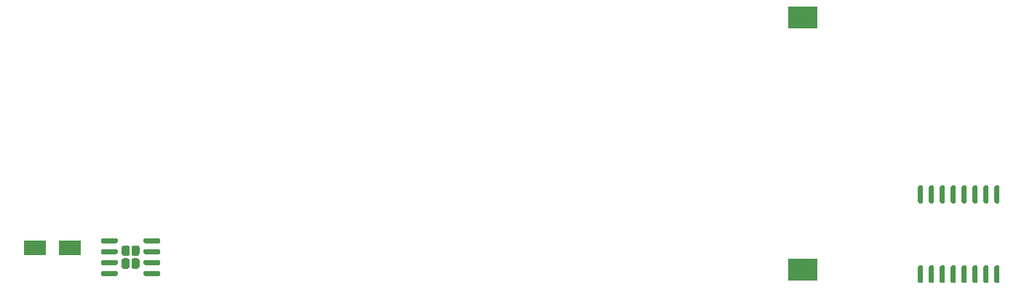
<source format=gbr>
%TF.GenerationSoftware,KiCad,Pcbnew,5.1.9+dfsg1-1+deb11u1*%
%TF.CreationDate,2023-02-08T13:18:22+08:00*%
%TF.ProjectId,OpenNixie,4f70656e-4e69-4786-9965-2e6b69636164,v1.3*%
%TF.SameCoordinates,Original*%
%TF.FileFunction,Paste,Top*%
%TF.FilePolarity,Positive*%
%FSLAX46Y46*%
G04 Gerber Fmt 4.6, Leading zero omitted, Abs format (unit mm)*
G04 Created by KiCad (PCBNEW 5.1.9+dfsg1-1+deb11u1) date 2023-02-08 13:18:22*
%MOMM*%
%LPD*%
G01*
G04 APERTURE LIST*
%ADD10R,2.500000X1.800000*%
%ADD11R,3.510000X2.540000*%
G04 APERTURE END LIST*
%TO.C,U4*%
G36*
G01*
X251745000Y-171525000D02*
X252045000Y-171525000D01*
G75*
G02*
X252195000Y-171675000I0J-150000D01*
G01*
X252195000Y-173425000D01*
G75*
G02*
X252045000Y-173575000I-150000J0D01*
G01*
X251745000Y-173575000D01*
G75*
G02*
X251595000Y-173425000I0J150000D01*
G01*
X251595000Y-171675000D01*
G75*
G02*
X251745000Y-171525000I150000J0D01*
G01*
G37*
G36*
G01*
X250475000Y-171525000D02*
X250775000Y-171525000D01*
G75*
G02*
X250925000Y-171675000I0J-150000D01*
G01*
X250925000Y-173425000D01*
G75*
G02*
X250775000Y-173575000I-150000J0D01*
G01*
X250475000Y-173575000D01*
G75*
G02*
X250325000Y-173425000I0J150000D01*
G01*
X250325000Y-171675000D01*
G75*
G02*
X250475000Y-171525000I150000J0D01*
G01*
G37*
G36*
G01*
X249205000Y-171525000D02*
X249505000Y-171525000D01*
G75*
G02*
X249655000Y-171675000I0J-150000D01*
G01*
X249655000Y-173425000D01*
G75*
G02*
X249505000Y-173575000I-150000J0D01*
G01*
X249205000Y-173575000D01*
G75*
G02*
X249055000Y-173425000I0J150000D01*
G01*
X249055000Y-171675000D01*
G75*
G02*
X249205000Y-171525000I150000J0D01*
G01*
G37*
G36*
G01*
X247935000Y-171525000D02*
X248235000Y-171525000D01*
G75*
G02*
X248385000Y-171675000I0J-150000D01*
G01*
X248385000Y-173425000D01*
G75*
G02*
X248235000Y-173575000I-150000J0D01*
G01*
X247935000Y-173575000D01*
G75*
G02*
X247785000Y-173425000I0J150000D01*
G01*
X247785000Y-171675000D01*
G75*
G02*
X247935000Y-171525000I150000J0D01*
G01*
G37*
G36*
G01*
X246665000Y-171525000D02*
X246965000Y-171525000D01*
G75*
G02*
X247115000Y-171675000I0J-150000D01*
G01*
X247115000Y-173425000D01*
G75*
G02*
X246965000Y-173575000I-150000J0D01*
G01*
X246665000Y-173575000D01*
G75*
G02*
X246515000Y-173425000I0J150000D01*
G01*
X246515000Y-171675000D01*
G75*
G02*
X246665000Y-171525000I150000J0D01*
G01*
G37*
G36*
G01*
X245395000Y-171525000D02*
X245695000Y-171525000D01*
G75*
G02*
X245845000Y-171675000I0J-150000D01*
G01*
X245845000Y-173425000D01*
G75*
G02*
X245695000Y-173575000I-150000J0D01*
G01*
X245395000Y-173575000D01*
G75*
G02*
X245245000Y-173425000I0J150000D01*
G01*
X245245000Y-171675000D01*
G75*
G02*
X245395000Y-171525000I150000J0D01*
G01*
G37*
G36*
G01*
X244125000Y-171525000D02*
X244425000Y-171525000D01*
G75*
G02*
X244575000Y-171675000I0J-150000D01*
G01*
X244575000Y-173425000D01*
G75*
G02*
X244425000Y-173575000I-150000J0D01*
G01*
X244125000Y-173575000D01*
G75*
G02*
X243975000Y-173425000I0J150000D01*
G01*
X243975000Y-171675000D01*
G75*
G02*
X244125000Y-171525000I150000J0D01*
G01*
G37*
G36*
G01*
X242855000Y-171525000D02*
X243155000Y-171525000D01*
G75*
G02*
X243305000Y-171675000I0J-150000D01*
G01*
X243305000Y-173425000D01*
G75*
G02*
X243155000Y-173575000I-150000J0D01*
G01*
X242855000Y-173575000D01*
G75*
G02*
X242705000Y-173425000I0J150000D01*
G01*
X242705000Y-171675000D01*
G75*
G02*
X242855000Y-171525000I150000J0D01*
G01*
G37*
G36*
G01*
X242855000Y-180825000D02*
X243155000Y-180825000D01*
G75*
G02*
X243305000Y-180975000I0J-150000D01*
G01*
X243305000Y-182725000D01*
G75*
G02*
X243155000Y-182875000I-150000J0D01*
G01*
X242855000Y-182875000D01*
G75*
G02*
X242705000Y-182725000I0J150000D01*
G01*
X242705000Y-180975000D01*
G75*
G02*
X242855000Y-180825000I150000J0D01*
G01*
G37*
G36*
G01*
X244125000Y-180825000D02*
X244425000Y-180825000D01*
G75*
G02*
X244575000Y-180975000I0J-150000D01*
G01*
X244575000Y-182725000D01*
G75*
G02*
X244425000Y-182875000I-150000J0D01*
G01*
X244125000Y-182875000D01*
G75*
G02*
X243975000Y-182725000I0J150000D01*
G01*
X243975000Y-180975000D01*
G75*
G02*
X244125000Y-180825000I150000J0D01*
G01*
G37*
G36*
G01*
X245395000Y-180825000D02*
X245695000Y-180825000D01*
G75*
G02*
X245845000Y-180975000I0J-150000D01*
G01*
X245845000Y-182725000D01*
G75*
G02*
X245695000Y-182875000I-150000J0D01*
G01*
X245395000Y-182875000D01*
G75*
G02*
X245245000Y-182725000I0J150000D01*
G01*
X245245000Y-180975000D01*
G75*
G02*
X245395000Y-180825000I150000J0D01*
G01*
G37*
G36*
G01*
X246665000Y-180825000D02*
X246965000Y-180825000D01*
G75*
G02*
X247115000Y-180975000I0J-150000D01*
G01*
X247115000Y-182725000D01*
G75*
G02*
X246965000Y-182875000I-150000J0D01*
G01*
X246665000Y-182875000D01*
G75*
G02*
X246515000Y-182725000I0J150000D01*
G01*
X246515000Y-180975000D01*
G75*
G02*
X246665000Y-180825000I150000J0D01*
G01*
G37*
G36*
G01*
X247935000Y-180825000D02*
X248235000Y-180825000D01*
G75*
G02*
X248385000Y-180975000I0J-150000D01*
G01*
X248385000Y-182725000D01*
G75*
G02*
X248235000Y-182875000I-150000J0D01*
G01*
X247935000Y-182875000D01*
G75*
G02*
X247785000Y-182725000I0J150000D01*
G01*
X247785000Y-180975000D01*
G75*
G02*
X247935000Y-180825000I150000J0D01*
G01*
G37*
G36*
G01*
X249205000Y-180825000D02*
X249505000Y-180825000D01*
G75*
G02*
X249655000Y-180975000I0J-150000D01*
G01*
X249655000Y-182725000D01*
G75*
G02*
X249505000Y-182875000I-150000J0D01*
G01*
X249205000Y-182875000D01*
G75*
G02*
X249055000Y-182725000I0J150000D01*
G01*
X249055000Y-180975000D01*
G75*
G02*
X249205000Y-180825000I150000J0D01*
G01*
G37*
G36*
G01*
X250475000Y-180825000D02*
X250775000Y-180825000D01*
G75*
G02*
X250925000Y-180975000I0J-150000D01*
G01*
X250925000Y-182725000D01*
G75*
G02*
X250775000Y-182875000I-150000J0D01*
G01*
X250475000Y-182875000D01*
G75*
G02*
X250325000Y-182725000I0J150000D01*
G01*
X250325000Y-180975000D01*
G75*
G02*
X250475000Y-180825000I150000J0D01*
G01*
G37*
G36*
G01*
X251745000Y-180825000D02*
X252045000Y-180825000D01*
G75*
G02*
X252195000Y-180975000I0J-150000D01*
G01*
X252195000Y-182725000D01*
G75*
G02*
X252045000Y-182875000I-150000J0D01*
G01*
X251745000Y-182875000D01*
G75*
G02*
X251595000Y-182725000I0J150000D01*
G01*
X251595000Y-180975000D01*
G75*
G02*
X251745000Y-180825000I150000J0D01*
G01*
G37*
%TD*%
%TO.C,U3*%
G36*
G01*
X147650000Y-178095000D02*
X147650000Y-177795000D01*
G75*
G02*
X147800000Y-177645000I150000J0D01*
G01*
X149450000Y-177645000D01*
G75*
G02*
X149600000Y-177795000I0J-150000D01*
G01*
X149600000Y-178095000D01*
G75*
G02*
X149450000Y-178245000I-150000J0D01*
G01*
X147800000Y-178245000D01*
G75*
G02*
X147650000Y-178095000I0J150000D01*
G01*
G37*
G36*
G01*
X147650000Y-179365000D02*
X147650000Y-179065000D01*
G75*
G02*
X147800000Y-178915000I150000J0D01*
G01*
X149450000Y-178915000D01*
G75*
G02*
X149600000Y-179065000I0J-150000D01*
G01*
X149600000Y-179365000D01*
G75*
G02*
X149450000Y-179515000I-150000J0D01*
G01*
X147800000Y-179515000D01*
G75*
G02*
X147650000Y-179365000I0J150000D01*
G01*
G37*
G36*
G01*
X147650000Y-180635000D02*
X147650000Y-180335000D01*
G75*
G02*
X147800000Y-180185000I150000J0D01*
G01*
X149450000Y-180185000D01*
G75*
G02*
X149600000Y-180335000I0J-150000D01*
G01*
X149600000Y-180635000D01*
G75*
G02*
X149450000Y-180785000I-150000J0D01*
G01*
X147800000Y-180785000D01*
G75*
G02*
X147650000Y-180635000I0J150000D01*
G01*
G37*
G36*
G01*
X147650000Y-181905000D02*
X147650000Y-181605000D01*
G75*
G02*
X147800000Y-181455000I150000J0D01*
G01*
X149450000Y-181455000D01*
G75*
G02*
X149600000Y-181605000I0J-150000D01*
G01*
X149600000Y-181905000D01*
G75*
G02*
X149450000Y-182055000I-150000J0D01*
G01*
X147800000Y-182055000D01*
G75*
G02*
X147650000Y-181905000I0J150000D01*
G01*
G37*
G36*
G01*
X152600000Y-181905000D02*
X152600000Y-181605000D01*
G75*
G02*
X152750000Y-181455000I150000J0D01*
G01*
X154400000Y-181455000D01*
G75*
G02*
X154550000Y-181605000I0J-150000D01*
G01*
X154550000Y-181905000D01*
G75*
G02*
X154400000Y-182055000I-150000J0D01*
G01*
X152750000Y-182055000D01*
G75*
G02*
X152600000Y-181905000I0J150000D01*
G01*
G37*
G36*
G01*
X152600000Y-180635000D02*
X152600000Y-180335000D01*
G75*
G02*
X152750000Y-180185000I150000J0D01*
G01*
X154400000Y-180185000D01*
G75*
G02*
X154550000Y-180335000I0J-150000D01*
G01*
X154550000Y-180635000D01*
G75*
G02*
X154400000Y-180785000I-150000J0D01*
G01*
X152750000Y-180785000D01*
G75*
G02*
X152600000Y-180635000I0J150000D01*
G01*
G37*
G36*
G01*
X152600000Y-179365000D02*
X152600000Y-179065000D01*
G75*
G02*
X152750000Y-178915000I150000J0D01*
G01*
X154400000Y-178915000D01*
G75*
G02*
X154550000Y-179065000I0J-150000D01*
G01*
X154550000Y-179365000D01*
G75*
G02*
X154400000Y-179515000I-150000J0D01*
G01*
X152750000Y-179515000D01*
G75*
G02*
X152600000Y-179365000I0J150000D01*
G01*
G37*
G36*
G01*
X152600000Y-178095000D02*
X152600000Y-177795000D01*
G75*
G02*
X152750000Y-177645000I150000J0D01*
G01*
X154400000Y-177645000D01*
G75*
G02*
X154550000Y-177795000I0J-150000D01*
G01*
X154550000Y-178095000D01*
G75*
G02*
X154400000Y-178245000I-150000J0D01*
G01*
X152750000Y-178245000D01*
G75*
G02*
X152600000Y-178095000I0J150000D01*
G01*
G37*
G36*
G01*
X150070000Y-179475000D02*
X150070000Y-178725000D01*
G75*
G02*
X150300000Y-178495000I230000J0D01*
G01*
X150760000Y-178495000D01*
G75*
G02*
X150990000Y-178725000I0J-230000D01*
G01*
X150990000Y-179475000D01*
G75*
G02*
X150760000Y-179705000I-230000J0D01*
G01*
X150300000Y-179705000D01*
G75*
G02*
X150070000Y-179475000I0J230000D01*
G01*
G37*
G36*
G01*
X150070000Y-180975000D02*
X150070000Y-180225000D01*
G75*
G02*
X150300000Y-179995000I230000J0D01*
G01*
X150760000Y-179995000D01*
G75*
G02*
X150990000Y-180225000I0J-230000D01*
G01*
X150990000Y-180975000D01*
G75*
G02*
X150760000Y-181205000I-230000J0D01*
G01*
X150300000Y-181205000D01*
G75*
G02*
X150070000Y-180975000I0J230000D01*
G01*
G37*
G36*
G01*
X151210000Y-179475000D02*
X151210000Y-178725000D01*
G75*
G02*
X151440000Y-178495000I230000J0D01*
G01*
X151900000Y-178495000D01*
G75*
G02*
X152130000Y-178725000I0J-230000D01*
G01*
X152130000Y-179475000D01*
G75*
G02*
X151900000Y-179705000I-230000J0D01*
G01*
X151440000Y-179705000D01*
G75*
G02*
X151210000Y-179475000I0J230000D01*
G01*
G37*
G36*
G01*
X151210000Y-180975000D02*
X151210000Y-180225000D01*
G75*
G02*
X151440000Y-179995000I230000J0D01*
G01*
X151900000Y-179995000D01*
G75*
G02*
X152130000Y-180225000I0J-230000D01*
G01*
X152130000Y-180975000D01*
G75*
G02*
X151900000Y-181205000I-230000J0D01*
G01*
X151440000Y-181205000D01*
G75*
G02*
X151210000Y-180975000I0J230000D01*
G01*
G37*
%TD*%
D10*
%TO.C,D2*%
X140000000Y-178800000D03*
X144000000Y-178800000D03*
%TD*%
D11*
%TO.C,BT1*%
X229300000Y-181330000D03*
X229300000Y-151970000D03*
%TD*%
M02*

</source>
